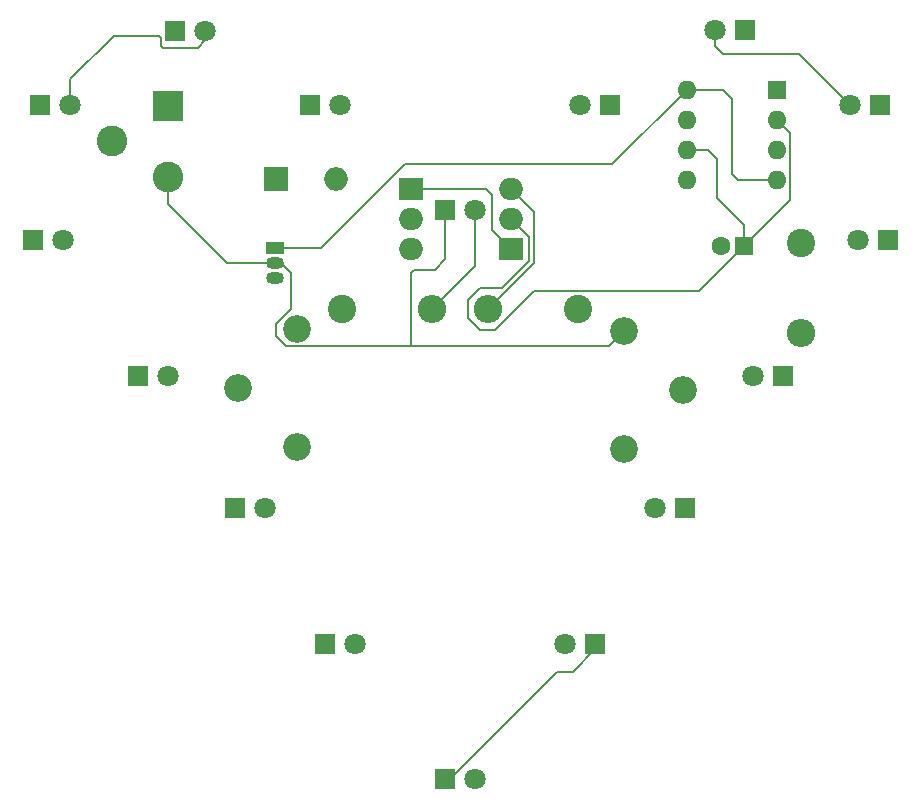
<source format=gbr>
%TF.GenerationSoftware,KiCad,Pcbnew,7.0.10*%
%TF.CreationDate,2024-08-15T14:01:47-03:00*%
%TF.ProjectId,CORAZON LEDS CON FADE,434f5241-5a4f-44e2-904c-45445320434f,rev?*%
%TF.SameCoordinates,Original*%
%TF.FileFunction,Copper,L2,Bot*%
%TF.FilePolarity,Positive*%
%FSLAX46Y46*%
G04 Gerber Fmt 4.6, Leading zero omitted, Abs format (unit mm)*
G04 Created by KiCad (PCBNEW 7.0.10) date 2024-08-15 14:01:47*
%MOMM*%
%LPD*%
G01*
G04 APERTURE LIST*
%TA.AperFunction,ComponentPad*%
%ADD10C,1.800000*%
%TD*%
%TA.AperFunction,ComponentPad*%
%ADD11R,1.800000X1.800000*%
%TD*%
%TA.AperFunction,ComponentPad*%
%ADD12O,1.500000X1.050000*%
%TD*%
%TA.AperFunction,ComponentPad*%
%ADD13R,1.500000X1.050000*%
%TD*%
%TA.AperFunction,ComponentPad*%
%ADD14O,2.000000X1.905000*%
%TD*%
%TA.AperFunction,ComponentPad*%
%ADD15R,2.000000X1.905000*%
%TD*%
%TA.AperFunction,ComponentPad*%
%ADD16O,2.400000X2.400000*%
%TD*%
%TA.AperFunction,ComponentPad*%
%ADD17C,2.400000*%
%TD*%
%TA.AperFunction,ComponentPad*%
%ADD18C,2.600000*%
%TD*%
%TA.AperFunction,ComponentPad*%
%ADD19R,2.600000X2.600000*%
%TD*%
%TA.AperFunction,ComponentPad*%
%ADD20C,1.600000*%
%TD*%
%TA.AperFunction,ComponentPad*%
%ADD21R,1.600000X1.600000*%
%TD*%
%TA.AperFunction,ComponentPad*%
%ADD22C,2.340000*%
%TD*%
%TA.AperFunction,ComponentPad*%
%ADD23O,2.000000X2.000000*%
%TD*%
%TA.AperFunction,ComponentPad*%
%ADD24R,2.000000X2.000000*%
%TD*%
%TA.AperFunction,ComponentPad*%
%ADD25O,1.600000X1.600000*%
%TD*%
%TA.AperFunction,Conductor*%
%ADD26C,0.200000*%
%TD*%
G04 APERTURE END LIST*
D10*
%TO.P,D12,2,A*%
%TO.N,Net-(D1-A)*%
X127630000Y-84940000D03*
D11*
%TO.P,D12,1,K*%
%TO.N,unconnected-(U2-GND-Pad2)*%
X125090000Y-84940000D03*
%TD*%
D10*
%TO.P,D9,2,A*%
%TO.N,Net-(D16-A)*%
X160660000Y-84940000D03*
D11*
%TO.P,D9,1,K*%
%TO.N,unconnected-(U2-GND-Pad2)*%
X163200000Y-84940000D03*
%TD*%
D10*
%TO.P,D6,2,A*%
%TO.N,Net-(D16-A)*%
X135250000Y-96420000D03*
D11*
%TO.P,D6,1,K*%
%TO.N,unconnected-(U2-GND-Pad2)*%
X132710000Y-96420000D03*
%TD*%
D10*
%TO.P,D1,2,A*%
%TO.N,Net-(D1-A)*%
X145410000Y-59690000D03*
D11*
%TO.P,D1,1,K*%
%TO.N,unconnected-(U2-GND-Pad2)*%
X142870000Y-59690000D03*
%TD*%
D10*
%TO.P,D5,2,A*%
%TO.N,Net-(D1-A)*%
X110480000Y-62280000D03*
D11*
%TO.P,D5,1,K*%
%TO.N,unconnected-(U2-GND-Pad2)*%
X107940000Y-62280000D03*
%TD*%
D10*
%TO.P,D16,2,A*%
%TO.N,Net-(D16-A)*%
X154310000Y-50800000D03*
D11*
%TO.P,D16,1,K*%
%TO.N,unconnected-(U2-GND-Pad2)*%
X156850000Y-50800000D03*
%TD*%
D10*
%TO.P,D3,2,A*%
%TO.N,Net-(D1-A)*%
X122550000Y-44600000D03*
D11*
%TO.P,D3,1,K*%
%TO.N,unconnected-(U2-GND-Pad2)*%
X120010000Y-44600000D03*
%TD*%
D10*
%TO.P,D7,2,A*%
%TO.N,Net-(D16-A)*%
X145410000Y-107900000D03*
D11*
%TO.P,D7,1,K*%
%TO.N,unconnected-(U2-GND-Pad2)*%
X142870000Y-107900000D03*
%TD*%
D10*
%TO.P,D15,2,A*%
%TO.N,Net-(D16-A)*%
X165740000Y-44490000D03*
D11*
%TO.P,D15,1,K*%
%TO.N,unconnected-(U2-GND-Pad2)*%
X168280000Y-44490000D03*
%TD*%
D10*
%TO.P,D2,2,A*%
%TO.N,Net-(D1-A)*%
X133980000Y-50800000D03*
D11*
%TO.P,D2,1,K*%
%TO.N,unconnected-(U2-GND-Pad2)*%
X131440000Y-50800000D03*
%TD*%
D10*
%TO.P,D13,2,A*%
%TO.N,Net-(D16-A)*%
X177810000Y-62280000D03*
D11*
%TO.P,D13,1,K*%
%TO.N,unconnected-(U2-GND-Pad2)*%
X180350000Y-62280000D03*
%TD*%
D10*
%TO.P,D11,2,A*%
%TO.N,Net-(D1-A)*%
X119375000Y-73760000D03*
D11*
%TO.P,D11,1,K*%
%TO.N,unconnected-(U2-GND-Pad2)*%
X116835000Y-73760000D03*
%TD*%
D10*
%TO.P,D8,2,A*%
%TO.N,Net-(D16-A)*%
X153040000Y-96420000D03*
D11*
%TO.P,D8,1,K*%
%TO.N,unconnected-(U2-GND-Pad2)*%
X155580000Y-96420000D03*
%TD*%
D10*
%TO.P,D10,2,A*%
%TO.N,Net-(D16-A)*%
X168915000Y-73760000D03*
D11*
%TO.P,D10,1,K*%
%TO.N,unconnected-(U2-GND-Pad2)*%
X171455000Y-73760000D03*
%TD*%
D10*
%TO.P,D14,2,A*%
%TO.N,Net-(D16-A)*%
X177170000Y-50800000D03*
D11*
%TO.P,D14,1,K*%
%TO.N,unconnected-(U2-GND-Pad2)*%
X179710000Y-50800000D03*
%TD*%
D10*
%TO.P,D4,2,A*%
%TO.N,Net-(D1-A)*%
X111120000Y-50800000D03*
D11*
%TO.P,D4,1,K*%
%TO.N,unconnected-(U2-GND-Pad2)*%
X108580000Y-50800000D03*
%TD*%
D12*
%TO.P,U2,3,VI*%
%TO.N,Net-(U2-VI)*%
X128494000Y-65502000D03*
%TO.P,U2,2,GND*%
%TO.N,unconnected-(U2-GND-Pad2)*%
X128494000Y-64232000D03*
D13*
%TO.P,U2,1,VO*%
%TO.N,Net-(U2-VO)*%
X128494000Y-62962000D03*
%TD*%
D14*
%TO.P,Q1,3,S*%
%TO.N,unconnected-(Q1-S-Pad3)*%
X139954000Y-62992000D03*
%TO.P,Q1,2,G*%
%TO.N,unconnected-(Q1-G-Pad2)*%
X139954000Y-60452000D03*
D15*
%TO.P,Q1,1,D*%
%TO.N,unconnected-(RV2-Pad2)*%
X139954000Y-57912000D03*
%TD*%
D16*
%TO.P,R2,2*%
%TO.N,Net-(D1-A)*%
X141778000Y-68072000D03*
D17*
%TO.P,R2,1*%
%TO.N,unconnected-(Q1-S-Pad3)*%
X134158000Y-68072000D03*
%TD*%
D18*
%TO.P,J1,3*%
%TO.N,N/C*%
X114680000Y-53896000D03*
%TO.P,J1,2*%
%TO.N,unconnected-(U2-GND-Pad2)*%
X119380000Y-56896000D03*
D19*
%TO.P,J1,1*%
%TO.N,NET-(J1-VI)*%
X119380000Y-50896000D03*
%TD*%
D20*
%TO.P,C1,2*%
%TO.N,unconnected-(C1-Pad2)*%
X166189113Y-62738000D03*
D21*
%TO.P,C1,1*%
%TO.N,unconnected-(Q1-G-Pad2)*%
X168189113Y-62738000D03*
%TD*%
D22*
%TO.P,RV2,3,3*%
%TO.N,unconnected-(RV2-Pad3)*%
X130304000Y-79752000D03*
%TO.P,RV2,2,2*%
%TO.N,unconnected-(RV2-Pad2)*%
X125304000Y-74752000D03*
%TO.P,RV2,1,1*%
%TO.N,Net-(U2-VO)*%
X130304000Y-69752000D03*
%TD*%
D16*
%TO.P,R3,2*%
%TO.N,unconnected-(Q1-G-Pad2)*%
X172974000Y-70104000D03*
D17*
%TO.P,R3,1*%
%TO.N,unconnected-(U1-Q-Pad3)*%
X172974000Y-62484000D03*
%TD*%
D14*
%TO.P,Q2,3,S*%
%TO.N,unconnected-(Q2-S-Pad3)*%
X148407000Y-57912000D03*
%TO.P,Q2,2,G*%
%TO.N,unconnected-(Q1-G-Pad2)*%
X148407000Y-60452000D03*
D15*
%TO.P,Q2,1,D*%
%TO.N,unconnected-(RV2-Pad2)*%
X148407000Y-62992000D03*
%TD*%
D23*
%TO.P,SW1,2,B*%
%TO.N,Net-(U2-VI)*%
X133614000Y-57112000D03*
D24*
%TO.P,SW1,1,A*%
%TO.N,NET-(J1-VI)*%
X128534000Y-57112000D03*
%TD*%
D22*
%TO.P,RV1,3,3*%
%TO.N,unconnected-(U2-GND-Pad2)*%
X158028000Y-69930000D03*
%TO.P,RV1,2,2*%
%TO.N,unconnected-(C1-Pad2)*%
X163028000Y-74930000D03*
%TO.P,RV1,1,1*%
%TO.N,unconnected-(RV1-Pad1)*%
X158028000Y-79930000D03*
%TD*%
D16*
%TO.P,R1,2*%
%TO.N,unconnected-(Q2-S-Pad3)*%
X146512000Y-68072000D03*
D17*
%TO.P,R1,1*%
%TO.N,Net-(D16-A)*%
X154132000Y-68072000D03*
%TD*%
D25*
%TO.P,U1,8,VCC*%
%TO.N,Net-(U2-VO)*%
X163312000Y-49540000D03*
%TO.P,U1,7,DIS*%
%TO.N,unconnected-(U1-DIS-Pad7)*%
X163312000Y-52080000D03*
%TO.P,U1,6,THR*%
%TO.N,unconnected-(Q1-G-Pad2)*%
X163312000Y-54620000D03*
%TO.P,U1,5,CV*%
%TO.N,unconnected-(U1-CV-Pad5)*%
X163312000Y-57160000D03*
%TO.P,U1,4,R*%
%TO.N,Net-(U2-VO)*%
X170932000Y-57160000D03*
%TO.P,U1,3,Q*%
%TO.N,unconnected-(U1-Q-Pad3)*%
X170932000Y-54620000D03*
%TO.P,U1,2,TR*%
%TO.N,unconnected-(Q1-G-Pad2)*%
X170932000Y-52080000D03*
D21*
%TO.P,U1,1,GND*%
%TO.N,unconnected-(U2-GND-Pad2)*%
X170932000Y-49540000D03*
%TD*%
D26*
%TO.N,Net-(D1-A)*%
X122550000Y-45344000D02*
X122550000Y-44600000D01*
X118984000Y-45974000D02*
X121920000Y-45974000D01*
X118618000Y-44958000D02*
X118810000Y-45150000D01*
X111120000Y-50800000D02*
X111120000Y-48646000D01*
X111120000Y-48646000D02*
X114808000Y-44958000D01*
X121920000Y-45974000D02*
X122550000Y-45344000D01*
X118810000Y-45800000D02*
X118984000Y-45974000D01*
X118810000Y-45150000D02*
X118810000Y-45800000D01*
X114808000Y-44958000D02*
X118618000Y-44958000D01*
X145410000Y-64440000D02*
X145410000Y-59690000D01*
X141778000Y-68072000D02*
X145410000Y-64440000D01*
%TO.N,Net-(D16-A)*%
X177170000Y-50800000D02*
X172852000Y-46482000D01*
X166370000Y-46482000D02*
X165740000Y-45852000D01*
X165740000Y-45852000D02*
X165740000Y-44490000D01*
X172852000Y-46482000D02*
X166370000Y-46482000D01*
%TO.N,unconnected-(Q1-G-Pad2)*%
X145796000Y-69850000D02*
X144780000Y-68834000D01*
X150389661Y-66548000D02*
X147087661Y-69850000D01*
X147724314Y-66294000D02*
X149968000Y-64050314D01*
X144780000Y-68834000D02*
X144780000Y-67310000D01*
X145796000Y-66294000D02*
X147724314Y-66294000D01*
X170932000Y-52080000D02*
X172032000Y-53180000D01*
X147087661Y-69850000D02*
X145796000Y-69850000D01*
X165862000Y-58674000D02*
X168189113Y-61001113D01*
X168189113Y-62738000D02*
X164379113Y-66548000D01*
X164379113Y-66548000D02*
X150389661Y-66548000D01*
X168189113Y-61001113D02*
X168189113Y-62738000D01*
X149968000Y-62013000D02*
X148407000Y-60452000D01*
X144780000Y-67310000D02*
X145796000Y-66294000D01*
X165862000Y-55372000D02*
X165862000Y-58674000D01*
X165110000Y-54620000D02*
X165862000Y-55372000D01*
X172032000Y-53180000D02*
X172032000Y-58895113D01*
X163312000Y-54620000D02*
X165110000Y-54620000D01*
X172032000Y-58895113D02*
X168189113Y-62738000D01*
X149968000Y-64050314D02*
X149968000Y-62013000D01*
%TO.N,unconnected-(Q2-S-Pad3)*%
X150368000Y-59873000D02*
X150368000Y-64216000D01*
X150368000Y-64216000D02*
X146512000Y-68072000D01*
X148407000Y-57912000D02*
X150368000Y-59873000D01*
%TO.N,unconnected-(RV2-Pad2)*%
X146812000Y-58420000D02*
X146812000Y-61397000D01*
X146304000Y-57912000D02*
X146812000Y-58420000D01*
X139954000Y-57912000D02*
X146304000Y-57912000D01*
X146812000Y-61397000D02*
X148407000Y-62992000D01*
%TO.N,unconnected-(U2-GND-Pad2)*%
X141986000Y-64770000D02*
X140208000Y-64770000D01*
X156736000Y-71222000D02*
X158028000Y-69930000D01*
X142870000Y-63886000D02*
X141986000Y-64770000D01*
X152351057Y-98806000D02*
X153670000Y-98806000D01*
X119380000Y-57338000D02*
X119380000Y-59176477D01*
X128524000Y-70358000D02*
X129388000Y-71222000D01*
X128494000Y-64232000D02*
X128994000Y-64232000D01*
X142870000Y-59690000D02*
X142870000Y-63886000D01*
X119380000Y-59176477D02*
X124435523Y-64232000D01*
X119138000Y-57096000D02*
X119380000Y-57338000D01*
X129794000Y-68072000D02*
X128524000Y-69342000D01*
X128994000Y-64232000D02*
X129794000Y-65032000D01*
X142870000Y-107900000D02*
X143257057Y-107900000D01*
X129794000Y-65032000D02*
X129794000Y-68072000D01*
X153670000Y-98806000D02*
X155580000Y-96896000D01*
X155580000Y-96896000D02*
X155580000Y-96420000D01*
X140208000Y-71222000D02*
X156736000Y-71222000D01*
X140208000Y-64770000D02*
X139954000Y-65024000D01*
X128524000Y-69342000D02*
X128524000Y-70358000D01*
X129388000Y-71222000D02*
X140208000Y-71222000D01*
X139954000Y-65024000D02*
X139954000Y-71222000D01*
X124435523Y-64232000D02*
X128494000Y-64232000D01*
X143257057Y-107900000D02*
X152351057Y-98806000D01*
%TO.N,Net-(U2-VO)*%
X132351500Y-62962000D02*
X139468500Y-55845000D01*
X157007000Y-55845000D02*
X163312000Y-49540000D01*
X167132000Y-56642000D02*
X167132000Y-50292000D01*
X166380000Y-49540000D02*
X163312000Y-49540000D01*
X167650000Y-57160000D02*
X167132000Y-56642000D01*
X139468500Y-55845000D02*
X157007000Y-55845000D01*
X170932000Y-57160000D02*
X167650000Y-57160000D01*
X128494000Y-62962000D02*
X132351500Y-62962000D01*
X167132000Y-50292000D02*
X166380000Y-49540000D01*
%TD*%
M02*

</source>
